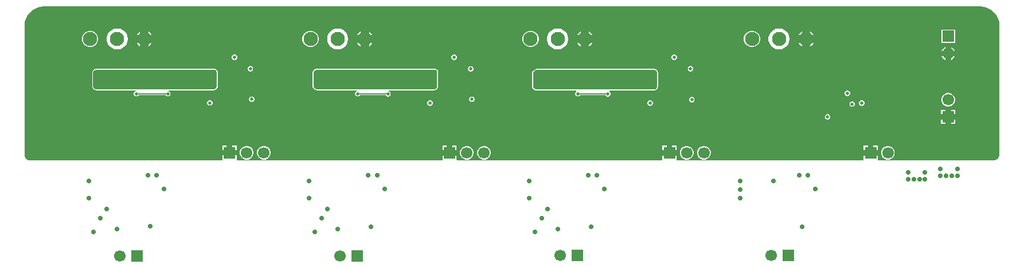
<source format=gbl>
G04*
G04 #@! TF.GenerationSoftware,Altium Limited,Altium Designer,22.6.1 (34)*
G04*
G04 Layer_Physical_Order=4*
G04 Layer_Color=16711680*
%FSLAX43Y43*%
%MOMM*%
G71*
G04*
G04 #@! TF.SameCoordinates,0FC3826A-A7BB-4A87-9495-0F633158E898*
G04*
G04*
G04 #@! TF.FilePolarity,Positive*
G04*
G01*
G75*
%ADD12C,0.150*%
%ADD58R,1.700X1.700*%
%ADD59C,1.700*%
%ADD60R,1.700X1.700*%
%ADD61C,2.100*%
%ADD62C,0.500*%
%ADD63C,0.700*%
%ADD64C,1.000*%
G36*
X69100Y20500D02*
X69100Y20500D01*
X69290Y20500D01*
X69667Y20451D01*
X70034Y20352D01*
X70385Y20207D01*
X70715Y20017D01*
X71016Y19786D01*
X71285Y19517D01*
X71516Y19215D01*
X71707Y18886D01*
X71852Y18535D01*
X71950Y18168D01*
X72000Y17791D01*
X72000Y17601D01*
X72000Y-1273D01*
X72000Y-1273D01*
X72000Y-1370D01*
X71962Y-1559D01*
X71888Y-1738D01*
X71781Y-1898D01*
X71645Y-2035D01*
X71484Y-2142D01*
X71306Y-2216D01*
X71116Y-2254D01*
X71020D01*
X54124Y-2254D01*
X54031Y-2127D01*
Y-1520D01*
X51931D01*
Y-2127D01*
X51931Y-2170D01*
X51839Y-2254D01*
X24408Y-2254D01*
X24316Y-2127D01*
Y-1520D01*
X22216D01*
Y-2127D01*
X22216Y-2170D01*
X22123Y-2254D01*
X-8073Y-2254D01*
X-8165Y-2127D01*
Y-1520D01*
X-10265D01*
Y-2127D01*
X-10265Y-2170D01*
X-10358Y-2254D01*
X-40580Y-2254D01*
X-40666Y-2127D01*
Y-1512D01*
X-42766D01*
Y-2127D01*
X-42766Y-2162D01*
X-42851Y-2254D01*
X-65000Y-2254D01*
X-71166Y-2254D01*
X-71248Y-2254D01*
X-71409Y-2222D01*
X-71561Y-2159D01*
X-71698Y-2067D01*
X-71814Y-1951D01*
X-71905Y-1815D01*
X-71968Y-1663D01*
X-72000Y-1502D01*
X-72000Y-1420D01*
Y17601D01*
X-72000Y17791D01*
X-71950Y18168D01*
X-71852Y18535D01*
X-71706Y18886D01*
X-71516Y19215D01*
X-71285Y19517D01*
X-71016Y19786D01*
X-70715Y20017D01*
X-70385Y20207D01*
X-70034Y20352D01*
X-69667Y20451D01*
X-69290Y20500D01*
X-69100Y20500D01*
X69100Y20500D01*
X69100Y20500D01*
D02*
G37*
%LPC*%
G36*
X44066Y16793D02*
Y16335D01*
X44523D01*
X44441Y16478D01*
X44208Y16710D01*
X44066Y16793D01*
D02*
G37*
G36*
X-53675Y16793D02*
Y16335D01*
X-53217D01*
X-53300Y16478D01*
X-53532Y16710D01*
X-53675Y16793D01*
D02*
G37*
G36*
X-21116Y16793D02*
Y16335D01*
X-20659D01*
X-20741Y16478D01*
X-20974Y16710D01*
X-21116Y16793D01*
D02*
G37*
G36*
X11375Y16793D02*
Y16335D01*
X11833D01*
X11750Y16478D01*
X11518Y16710D01*
X11375Y16793D01*
D02*
G37*
G36*
X10125Y16793D02*
X9983Y16710D01*
X9750Y16478D01*
X9668Y16335D01*
X10125D01*
Y16793D01*
D02*
G37*
G36*
X-22366Y16793D02*
X-22509Y16710D01*
X-22742Y16478D01*
X-22824Y16335D01*
X-22366D01*
Y16793D01*
D02*
G37*
G36*
X-54925Y16793D02*
X-55067Y16710D01*
X-55300Y16478D01*
X-55382Y16335D01*
X-54925D01*
Y16793D01*
D02*
G37*
G36*
X42816Y16793D02*
X42673Y16710D01*
X42440Y16478D01*
X42358Y16335D01*
X42816D01*
Y16793D01*
D02*
G37*
G36*
X65425Y17098D02*
X63425D01*
Y15098D01*
X65425D01*
Y17098D01*
D02*
G37*
G36*
X10125Y15085D02*
X9668D01*
X9750Y14943D01*
X9983Y14710D01*
X10125Y14628D01*
Y15085D01*
D02*
G37*
G36*
X-22366D02*
X-22824D01*
X-22742Y14943D01*
X-22509Y14710D01*
X-22366Y14628D01*
Y15085D01*
D02*
G37*
G36*
X44523D02*
X44066D01*
Y14628D01*
X44208Y14710D01*
X44441Y14943D01*
X44523Y15085D01*
D02*
G37*
G36*
X-53217D02*
X-53675D01*
Y14628D01*
X-53532Y14710D01*
X-53300Y14943D01*
X-53217Y15085D01*
D02*
G37*
G36*
X-54925D02*
X-55382D01*
X-55300Y14943D01*
X-55067Y14710D01*
X-54925Y14628D01*
Y15085D01*
D02*
G37*
G36*
X42816D02*
X42358D01*
X42440Y14943D01*
X42673Y14710D01*
X42816Y14628D01*
Y15085D01*
D02*
G37*
G36*
X-20659D02*
X-21116D01*
Y14628D01*
X-20974Y14710D01*
X-20741Y14943D01*
X-20659Y15085D01*
D02*
G37*
G36*
X11833D02*
X11375D01*
Y14628D01*
X11518Y14710D01*
X11750Y14943D01*
X11833Y15085D01*
D02*
G37*
G36*
X35599Y16910D02*
X35283D01*
X34977Y16828D01*
X34704Y16670D01*
X34480Y16447D01*
X34322Y16173D01*
X34241Y15868D01*
Y15552D01*
X34322Y15247D01*
X34480Y14973D01*
X34704Y14750D01*
X34977Y14592D01*
X35283Y14510D01*
X35599D01*
X35904Y14592D01*
X36177Y14750D01*
X36401Y14973D01*
X36559Y15247D01*
X36641Y15552D01*
Y15868D01*
X36559Y16173D01*
X36401Y16447D01*
X36177Y16670D01*
X35904Y16828D01*
X35599Y16910D01*
D02*
G37*
G36*
X2908D02*
X2592D01*
X2287Y16828D01*
X2013Y16670D01*
X1790Y16447D01*
X1632Y16173D01*
X1550Y15868D01*
Y15552D01*
X1632Y15247D01*
X1790Y14973D01*
X2013Y14750D01*
X2287Y14592D01*
X2592Y14510D01*
X2908D01*
X3213Y14592D01*
X3487Y14750D01*
X3710Y14973D01*
X3868Y15247D01*
X3950Y15552D01*
Y15868D01*
X3868Y16173D01*
X3710Y16447D01*
X3487Y16670D01*
X3213Y16828D01*
X2908Y16910D01*
D02*
G37*
G36*
X-29583D02*
X-29899D01*
X-30205Y16828D01*
X-30478Y16670D01*
X-30702Y16447D01*
X-30860Y16173D01*
X-30941Y15868D01*
Y15552D01*
X-30860Y15247D01*
X-30702Y14973D01*
X-30478Y14750D01*
X-30205Y14592D01*
X-29899Y14510D01*
X-29583D01*
X-29278Y14592D01*
X-29005Y14750D01*
X-28781Y14973D01*
X-28623Y15247D01*
X-28541Y15552D01*
Y15868D01*
X-28623Y16173D01*
X-28781Y16447D01*
X-29005Y16670D01*
X-29278Y16828D01*
X-29583Y16910D01*
D02*
G37*
G36*
X-62142D02*
X-62458D01*
X-62763Y16828D01*
X-63037Y16670D01*
X-63260Y16447D01*
X-63418Y16173D01*
X-63500Y15868D01*
Y15552D01*
X-63418Y15247D01*
X-63260Y14973D01*
X-63037Y14750D01*
X-62763Y14592D01*
X-62458Y14510D01*
X-62142D01*
X-61837Y14592D01*
X-61563Y14750D01*
X-61340Y14973D01*
X-61182Y15247D01*
X-61100Y15552D01*
Y15868D01*
X-61182Y16173D01*
X-61340Y16447D01*
X-61563Y16670D01*
X-61837Y16828D01*
X-62142Y16910D01*
D02*
G37*
G36*
X39593Y17260D02*
X39288D01*
X38988Y17201D01*
X38706Y17084D01*
X38453Y16914D01*
X38237Y16698D01*
X38067Y16444D01*
X37950Y16162D01*
X37891Y15863D01*
Y15557D01*
X37950Y15258D01*
X38067Y14976D01*
X38237Y14722D01*
X38453Y14506D01*
X38706Y14337D01*
X38988Y14220D01*
X39288Y14160D01*
X39593D01*
X39893Y14220D01*
X40175Y14337D01*
X40429Y14506D01*
X40645Y14722D01*
X40814Y14976D01*
X40931Y15258D01*
X40991Y15557D01*
Y15863D01*
X40931Y16162D01*
X40814Y16444D01*
X40645Y16698D01*
X40429Y16914D01*
X40175Y17084D01*
X39893Y17201D01*
X39593Y17260D01*
D02*
G37*
G36*
X6903D02*
X6597D01*
X6298Y17201D01*
X6016Y17084D01*
X5762Y16914D01*
X5546Y16698D01*
X5376Y16444D01*
X5260Y16162D01*
X5200Y15863D01*
Y15557D01*
X5260Y15258D01*
X5376Y14976D01*
X5546Y14722D01*
X5762Y14506D01*
X6016Y14337D01*
X6298Y14220D01*
X6597Y14160D01*
X6903D01*
X7202Y14220D01*
X7484Y14337D01*
X7738Y14506D01*
X7954Y14722D01*
X8124Y14976D01*
X8240Y15258D01*
X8300Y15557D01*
Y15863D01*
X8240Y16162D01*
X8124Y16444D01*
X7954Y16698D01*
X7738Y16914D01*
X7484Y17084D01*
X7202Y17201D01*
X6903Y17260D01*
D02*
G37*
G36*
X-25589D02*
X-25894D01*
X-26194Y17201D01*
X-26476Y17084D01*
X-26730Y16914D01*
X-26945Y16698D01*
X-27115Y16444D01*
X-27232Y16162D01*
X-27291Y15863D01*
Y15557D01*
X-27232Y15258D01*
X-27115Y14976D01*
X-26945Y14722D01*
X-26730Y14506D01*
X-26476Y14337D01*
X-26194Y14220D01*
X-25894Y14160D01*
X-25589D01*
X-25289Y14220D01*
X-25007Y14337D01*
X-24753Y14506D01*
X-24538Y14722D01*
X-24368Y14976D01*
X-24251Y15258D01*
X-24191Y15557D01*
Y15863D01*
X-24251Y16162D01*
X-24368Y16444D01*
X-24538Y16698D01*
X-24753Y16914D01*
X-25007Y17084D01*
X-25289Y17201D01*
X-25589Y17260D01*
D02*
G37*
G36*
X-58147D02*
X-58453D01*
X-58752Y17201D01*
X-59034Y17084D01*
X-59288Y16914D01*
X-59504Y16698D01*
X-59674Y16444D01*
X-59790Y16162D01*
X-59850Y15863D01*
Y15557D01*
X-59790Y15258D01*
X-59674Y14976D01*
X-59504Y14722D01*
X-59288Y14506D01*
X-59034Y14337D01*
X-58752Y14220D01*
X-58453Y14160D01*
X-58147D01*
X-57848Y14220D01*
X-57566Y14337D01*
X-57312Y14506D01*
X-57096Y14722D01*
X-56926Y14976D01*
X-56810Y15258D01*
X-56750Y15557D01*
Y15863D01*
X-56810Y16162D01*
X-56926Y16444D01*
X-57096Y16698D01*
X-57312Y16914D01*
X-57566Y17084D01*
X-57848Y17201D01*
X-58147Y17260D01*
D02*
G37*
G36*
X64825Y14538D02*
Y13958D01*
X65405D01*
X65404Y13963D01*
X65265Y14203D01*
X65070Y14398D01*
X64830Y14536D01*
X64825Y14538D01*
D02*
G37*
G36*
X64025Y14538D02*
X64020Y14536D01*
X63780Y14398D01*
X63585Y14203D01*
X63447Y13963D01*
X63445Y13958D01*
X64025D01*
Y14538D01*
D02*
G37*
G36*
X-40905Y13400D02*
X-41064D01*
X-41211Y13339D01*
X-41324Y13227D01*
X-41385Y13080D01*
Y12920D01*
X-41324Y12773D01*
X-41211Y12661D01*
X-41064Y12600D01*
X-40905D01*
X-40758Y12661D01*
X-40646Y12773D01*
X-40585Y12920D01*
Y13080D01*
X-40646Y13227D01*
X-40758Y13339D01*
X-40905Y13400D01*
D02*
G37*
G36*
X24032Y13392D02*
X23873D01*
X23726Y13331D01*
X23613Y13219D01*
X23552Y13072D01*
Y12913D01*
X23613Y12766D01*
X23726Y12653D01*
X23873Y12592D01*
X24032D01*
X24179Y12653D01*
X24291Y12766D01*
X24352Y12913D01*
Y13072D01*
X24291Y13219D01*
X24179Y13331D01*
X24032Y13392D01*
D02*
G37*
G36*
X-8449D02*
X-8609D01*
X-8756Y13331D01*
X-8868Y13219D01*
X-8929Y13072D01*
Y12913D01*
X-8868Y12766D01*
X-8756Y12653D01*
X-8609Y12592D01*
X-8449D01*
X-8302Y12653D01*
X-8190Y12766D01*
X-8129Y12913D01*
Y13072D01*
X-8190Y13219D01*
X-8302Y13331D01*
X-8449Y13392D01*
D02*
G37*
G36*
X64025Y13158D02*
X63445D01*
X63447Y13153D01*
X63585Y12913D01*
X63780Y12718D01*
X64020Y12579D01*
X64025Y12578D01*
Y13158D01*
D02*
G37*
G36*
X65405D02*
X64825D01*
Y12578D01*
X64830Y12579D01*
X65070Y12718D01*
X65265Y12913D01*
X65404Y13153D01*
X65405Y13158D01*
D02*
G37*
G36*
X-11412Y11331D02*
X-13378D01*
X-28745Y11331D01*
X-28851Y11331D01*
X-28881Y11319D01*
X-28913D01*
X-29109Y11238D01*
X-29132Y11215D01*
X-29162Y11202D01*
X-29312Y11052D01*
X-29325Y11022D01*
X-29347Y11000D01*
X-29429Y10803D01*
Y10771D01*
X-29441Y10741D01*
X-29441Y10635D01*
Y8690D01*
X-29429Y8660D01*
Y8628D01*
X-29352Y8442D01*
X-29329Y8419D01*
X-29317Y8390D01*
X-29175Y8248D01*
X-29145Y8235D01*
X-29122Y8212D01*
X-28936Y8135D01*
X-28904D01*
X-28874Y8123D01*
X-22901D01*
X-22876Y7996D01*
X-22995Y7947D01*
X-23108Y7834D01*
X-23169Y7687D01*
Y7528D01*
X-23108Y7381D01*
X-22995Y7268D01*
X-22848Y7207D01*
X-22689D01*
X-22542Y7268D01*
X-22433Y7378D01*
X-18662D01*
X-18660Y7373D01*
X-18547Y7260D01*
X-18400Y7199D01*
X-18241D01*
X-18094Y7260D01*
X-17982Y7373D01*
X-17921Y7520D01*
Y7679D01*
X-17982Y7826D01*
X-18094Y7938D01*
X-18241Y7999D01*
X-18234Y8123D01*
X-11412D01*
X-11382Y8135D01*
X-11350D01*
X-11182Y8205D01*
X-11159Y8228D01*
X-11129Y8240D01*
X-11001Y8369D01*
X-10988Y8398D01*
X-10966Y8421D01*
X-10896Y8589D01*
Y8621D01*
X-10884Y8651D01*
X-10884Y8742D01*
X-10884Y8742D01*
X-10884Y10803D01*
X-10884Y10876D01*
X-10896Y10905D01*
Y10938D01*
X-10952Y11072D01*
X-10975Y11095D01*
X-10987Y11125D01*
X-11090Y11228D01*
X-11120Y11240D01*
X-11143Y11263D01*
X-11234Y11301D01*
X-11254D01*
X-11272Y11312D01*
X-11387Y11329D01*
X-11400Y11326D01*
X-11412Y11331D01*
X-11412D01*
X-11412Y11331D01*
D02*
G37*
G36*
X-43981D02*
X-45947D01*
X-61314Y11331D01*
X-61420Y11331D01*
X-61450Y11319D01*
X-61482D01*
X-61678Y11238D01*
X-61701Y11215D01*
X-61731Y11202D01*
X-61881Y11052D01*
X-61894Y11022D01*
X-61916Y11000D01*
X-61998Y10803D01*
Y10771D01*
X-62010Y10741D01*
X-62010Y10635D01*
Y8690D01*
X-61998Y8660D01*
Y8628D01*
X-61921Y8442D01*
X-61898Y8419D01*
X-61886Y8390D01*
X-61744Y8248D01*
X-61714Y8235D01*
X-61691Y8212D01*
X-61505Y8135D01*
X-61473D01*
X-61443Y8123D01*
X-55576D01*
X-55550Y7996D01*
X-55670Y7947D01*
X-55782Y7834D01*
X-55843Y7687D01*
Y7528D01*
X-55782Y7381D01*
X-55670Y7268D01*
X-55523Y7207D01*
X-55364D01*
X-55217Y7268D01*
X-55107Y7378D01*
X-51157D01*
X-51048Y7268D01*
X-50901Y7207D01*
X-50741D01*
X-50594Y7268D01*
X-50482Y7381D01*
X-50421Y7528D01*
Y7687D01*
X-50482Y7834D01*
X-50594Y7947D01*
X-50714Y7996D01*
X-50689Y8123D01*
X-43981D01*
X-43951Y8135D01*
X-43919D01*
X-43751Y8205D01*
X-43728Y8228D01*
X-43698Y8240D01*
X-43570Y8369D01*
X-43557Y8398D01*
X-43535Y8421D01*
X-43465Y8589D01*
Y8621D01*
X-43453Y8651D01*
X-43453Y8742D01*
X-43453Y8742D01*
X-43453Y10803D01*
X-43453Y10876D01*
X-43465Y10905D01*
Y10938D01*
X-43521Y11072D01*
X-43544Y11095D01*
X-43556Y11125D01*
X-43659Y11228D01*
X-43689Y11240D01*
X-43712Y11263D01*
X-43803Y11301D01*
X-43823D01*
X-43841Y11312D01*
X-43956Y11329D01*
X-43969Y11326D01*
X-43981Y11331D01*
X-43981D01*
X-43981Y11331D01*
D02*
G37*
G36*
X21028Y11274D02*
X19063D01*
X3696Y11274D01*
X3589Y11274D01*
X3560Y11261D01*
X3527D01*
X3331Y11180D01*
X3308Y11157D01*
X3278Y11145D01*
X3128Y10994D01*
X3116Y10965D01*
X3093Y10942D01*
X3012Y10745D01*
Y10713D01*
X2999Y10683D01*
X2999Y10577D01*
Y8632D01*
X3012Y8602D01*
Y8570D01*
X3088Y8385D01*
X3111Y8362D01*
X3124Y8332D01*
X3266Y8190D01*
X3295Y8177D01*
X3318Y8155D01*
X3504Y8078D01*
X3536D01*
X3566Y8065D01*
X9451D01*
X9484Y7978D01*
X9488Y7938D01*
X9384Y7834D01*
X9323Y7687D01*
Y7528D01*
X9384Y7381D01*
X9496Y7268D01*
X9643Y7207D01*
X9802D01*
X9949Y7268D01*
X10059Y7378D01*
X13819D01*
X13821Y7373D01*
X13934Y7260D01*
X14081Y7199D01*
X14240D01*
X14387Y7260D01*
X14500Y7373D01*
X14560Y7520D01*
Y7679D01*
X14500Y7826D01*
X14387Y7938D01*
X14387Y7938D01*
X14412Y8065D01*
X21028D01*
X21058Y8078D01*
X21091D01*
X21258Y8147D01*
X21281Y8170D01*
X21311Y8182D01*
X21439Y8311D01*
X21452Y8341D01*
X21475Y8364D01*
X21544Y8531D01*
Y8564D01*
X21557Y8593D01*
X21557Y8684D01*
X21557Y8684D01*
X21557Y10745D01*
X21557Y10818D01*
X21544Y10848D01*
Y10880D01*
X21488Y11015D01*
X21466Y11037D01*
X21453Y11067D01*
X21350Y11170D01*
X21320Y11183D01*
X21298Y11205D01*
X21206Y11243D01*
X21186D01*
X21169Y11254D01*
X21053Y11272D01*
X21040Y11269D01*
X21028Y11274D01*
X21028D01*
X21028Y11274D01*
D02*
G37*
G36*
X26439Y11707D02*
X26280D01*
X26133Y11646D01*
X26021Y11533D01*
X25960Y11386D01*
Y11227D01*
X26021Y11080D01*
X26133Y10968D01*
X26280Y10907D01*
X26439D01*
X26586Y10968D01*
X26699Y11080D01*
X26760Y11227D01*
Y11386D01*
X26699Y11533D01*
X26586Y11646D01*
X26439Y11707D01*
D02*
G37*
G36*
X-38548Y11695D02*
X-38707D01*
X-38854Y11634D01*
X-38967Y11522D01*
X-39028Y11375D01*
Y11216D01*
X-38967Y11069D01*
X-38854Y10956D01*
X-38707Y10895D01*
X-38548D01*
X-38401Y10956D01*
X-38289Y11069D01*
X-38228Y11216D01*
Y11375D01*
X-38289Y11522D01*
X-38401Y11634D01*
X-38548Y11695D01*
D02*
G37*
G36*
X-6023Y11676D02*
X-6182D01*
X-6329Y11615D01*
X-6441Y11503D01*
X-6502Y11356D01*
Y11197D01*
X-6441Y11050D01*
X-6329Y10937D01*
X-6182Y10876D01*
X-6023D01*
X-5876Y10937D01*
X-5763Y11050D01*
X-5702Y11197D01*
Y11356D01*
X-5763Y11503D01*
X-5876Y11615D01*
X-6023Y11676D01*
D02*
G37*
G36*
X49598Y8055D02*
X49439D01*
X49292Y7994D01*
X49179Y7881D01*
X49118Y7734D01*
Y7575D01*
X49179Y7428D01*
X49292Y7315D01*
X49439Y7255D01*
X49598D01*
X49745Y7315D01*
X49857Y7428D01*
X49918Y7575D01*
Y7734D01*
X49857Y7881D01*
X49745Y7994D01*
X49598Y8055D01*
D02*
G37*
G36*
X-38344Y7190D02*
X-38503D01*
X-38650Y7129D01*
X-38763Y7017D01*
X-38824Y6870D01*
Y6711D01*
X-38763Y6564D01*
X-38650Y6451D01*
X-38503Y6390D01*
X-38344D01*
X-38197Y6451D01*
X-38085Y6564D01*
X-38024Y6711D01*
Y6870D01*
X-38085Y7017D01*
X-38197Y7129D01*
X-38344Y7190D01*
D02*
G37*
G36*
X-5844Y7182D02*
X-6003D01*
X-6150Y7121D01*
X-6263Y7009D01*
X-6323Y6861D01*
Y6702D01*
X-6263Y6555D01*
X-6150Y6443D01*
X-6003Y6382D01*
X-5844D01*
X-5697Y6443D01*
X-5584Y6555D01*
X-5523Y6702D01*
Y6861D01*
X-5584Y7009D01*
X-5697Y7121D01*
X-5844Y7182D01*
D02*
G37*
G36*
X26639Y7133D02*
X26480D01*
X26333Y7073D01*
X26220Y6960D01*
X26160Y6813D01*
Y6654D01*
X26220Y6507D01*
X26333Y6394D01*
X26480Y6333D01*
X26639D01*
X26786Y6394D01*
X26899Y6507D01*
X26959Y6654D01*
Y6813D01*
X26899Y6960D01*
X26786Y7073D01*
X26639Y7133D01*
D02*
G37*
G36*
X-44539Y6655D02*
X-44698D01*
X-44845Y6594D01*
X-44957Y6481D01*
X-45018Y6334D01*
Y6175D01*
X-44957Y6028D01*
X-44845Y5915D01*
X-44698Y5854D01*
X-44539D01*
X-44392Y5915D01*
X-44279Y6028D01*
X-44218Y6175D01*
Y6334D01*
X-44279Y6481D01*
X-44392Y6594D01*
X-44539Y6655D01*
D02*
G37*
G36*
X51730Y6641D02*
X51571D01*
X51424Y6580D01*
X51311Y6468D01*
X51250Y6321D01*
Y6162D01*
X51311Y6015D01*
X51424Y5902D01*
X51571Y5841D01*
X51730D01*
X51877Y5902D01*
X51989Y6015D01*
X52050Y6162D01*
Y6321D01*
X51989Y6468D01*
X51877Y6580D01*
X51730Y6641D01*
D02*
G37*
G36*
X20475Y6641D02*
X20315D01*
X20168Y6580D01*
X20056Y6467D01*
X19995Y6320D01*
Y6161D01*
X20056Y6014D01*
X20168Y5902D01*
X20315Y5841D01*
X20475D01*
X20622Y5902D01*
X20734Y6014D01*
X20795Y6161D01*
Y6320D01*
X20734Y6467D01*
X20622Y6580D01*
X20475Y6641D01*
D02*
G37*
G36*
X-12007D02*
X-12166D01*
X-12313Y6580D01*
X-12425Y6467D01*
X-12486Y6320D01*
Y6161D01*
X-12425Y6014D01*
X-12313Y5902D01*
X-12166Y5841D01*
X-12007D01*
X-11860Y5902D01*
X-11747Y6014D01*
X-11686Y6161D01*
Y6320D01*
X-11747Y6467D01*
X-11860Y6580D01*
X-12007Y6641D01*
D02*
G37*
G36*
X64557Y7732D02*
X64293D01*
X64039Y7663D01*
X63811Y7532D01*
X63625Y7346D01*
X63493Y7118D01*
X63425Y6863D01*
Y6600D01*
X63493Y6346D01*
X63625Y6118D01*
X63811Y5931D01*
X64039Y5800D01*
X64293Y5732D01*
X64557D01*
X64811Y5800D01*
X65039Y5931D01*
X65225Y6118D01*
X65357Y6346D01*
X65425Y6600D01*
Y6863D01*
X65357Y7118D01*
X65225Y7346D01*
X65039Y7532D01*
X64811Y7663D01*
X64557Y7732D01*
D02*
G37*
G36*
X50336Y6489D02*
X50177D01*
X50030Y6428D01*
X49917Y6315D01*
X49856Y6168D01*
Y6009D01*
X49917Y5862D01*
X50030Y5750D01*
X50177Y5689D01*
X50336D01*
X50483Y5750D01*
X50595Y5862D01*
X50656Y6009D01*
Y6168D01*
X50595Y6315D01*
X50483Y6428D01*
X50336Y6489D01*
D02*
G37*
G36*
X65475Y5242D02*
X64825D01*
Y4592D01*
X65475D01*
Y5242D01*
D02*
G37*
G36*
X64025D02*
X63375D01*
Y4592D01*
X64025D01*
Y5242D01*
D02*
G37*
G36*
X46691Y4579D02*
X46532D01*
X46385Y4518D01*
X46273Y4406D01*
X46212Y4259D01*
Y4100D01*
X46273Y3953D01*
X46385Y3840D01*
X46532Y3779D01*
X46691D01*
X46838Y3840D01*
X46951Y3953D01*
X47012Y4100D01*
Y4259D01*
X46951Y4406D01*
X46838Y4518D01*
X46691Y4579D01*
D02*
G37*
G36*
X65475Y3792D02*
X64825D01*
Y3142D01*
X65475D01*
Y3792D01*
D02*
G37*
G36*
X64025D02*
X63375D01*
Y3142D01*
X64025D01*
Y3792D01*
D02*
G37*
G36*
X-40666Y-62D02*
X-41316D01*
Y-712D01*
X-40666D01*
Y-62D01*
D02*
G37*
G36*
X-42116D02*
X-42766D01*
Y-712D01*
X-42116D01*
Y-62D01*
D02*
G37*
G36*
X54031Y-70D02*
X53381D01*
Y-720D01*
X54031D01*
Y-70D01*
D02*
G37*
G36*
X52581D02*
X51931D01*
Y-720D01*
X52581D01*
Y-70D01*
D02*
G37*
G36*
X24316D02*
X23666D01*
Y-720D01*
X24316D01*
Y-70D01*
D02*
G37*
G36*
X22866D02*
X22216D01*
Y-720D01*
X22866D01*
Y-70D01*
D02*
G37*
G36*
X-8165D02*
X-8815D01*
Y-720D01*
X-8165D01*
Y-70D01*
D02*
G37*
G36*
X-9615D02*
X-10265D01*
Y-720D01*
X-9615D01*
Y-70D01*
D02*
G37*
G36*
X-36504Y-112D02*
X-36767D01*
X-37022Y-180D01*
X-37250Y-312D01*
X-37436Y-498D01*
X-37568Y-726D01*
X-37636Y-980D01*
Y-1244D01*
X-37568Y-1498D01*
X-37436Y-1726D01*
X-37250Y-1912D01*
X-37022Y-2044D01*
X-36767Y-2112D01*
X-36504D01*
X-36250Y-2044D01*
X-36022Y-1912D01*
X-35835Y-1726D01*
X-35704Y-1498D01*
X-35636Y-1244D01*
Y-980D01*
X-35704Y-726D01*
X-35835Y-498D01*
X-36022Y-312D01*
X-36250Y-180D01*
X-36504Y-112D01*
D02*
G37*
G36*
X-39044D02*
X-39307D01*
X-39562Y-180D01*
X-39790Y-312D01*
X-39976Y-498D01*
X-40108Y-726D01*
X-40176Y-980D01*
Y-1244D01*
X-40108Y-1498D01*
X-39976Y-1726D01*
X-39790Y-1912D01*
X-39562Y-2044D01*
X-39307Y-2112D01*
X-39044D01*
X-38790Y-2044D01*
X-38562Y-1912D01*
X-38375Y-1726D01*
X-38244Y-1498D01*
X-38176Y-1244D01*
Y-980D01*
X-38244Y-726D01*
X-38375Y-498D01*
X-38562Y-312D01*
X-38790Y-180D01*
X-39044Y-112D01*
D02*
G37*
G36*
X55653Y-120D02*
X55390D01*
X55135Y-188D01*
X54907Y-320D01*
X54721Y-506D01*
X54589Y-734D01*
X54521Y-989D01*
Y-1252D01*
X54589Y-1506D01*
X54721Y-1734D01*
X54907Y-1920D01*
X55135Y-2052D01*
X55390Y-2120D01*
X55653D01*
X55907Y-2052D01*
X56135Y-1920D01*
X56321Y-1734D01*
X56453Y-1506D01*
X56521Y-1252D01*
Y-989D01*
X56453Y-734D01*
X56321Y-506D01*
X56135Y-320D01*
X55907Y-188D01*
X55653Y-120D01*
D02*
G37*
G36*
X28477D02*
X28214D01*
X27960Y-188D01*
X27732Y-320D01*
X27546Y-506D01*
X27414Y-734D01*
X27346Y-989D01*
Y-1252D01*
X27414Y-1506D01*
X27546Y-1734D01*
X27732Y-1920D01*
X27960Y-2052D01*
X28214Y-2120D01*
X28477D01*
X28732Y-2052D01*
X28960Y-1920D01*
X29146Y-1734D01*
X29278Y-1506D01*
X29346Y-1252D01*
Y-989D01*
X29278Y-734D01*
X29146Y-506D01*
X28960Y-320D01*
X28732Y-188D01*
X28477Y-120D01*
D02*
G37*
G36*
X25937D02*
X25674D01*
X25420Y-188D01*
X25192Y-320D01*
X25006Y-506D01*
X24874Y-734D01*
X24806Y-989D01*
Y-1252D01*
X24874Y-1506D01*
X25006Y-1734D01*
X25192Y-1920D01*
X25420Y-2052D01*
X25674Y-2120D01*
X25937D01*
X26192Y-2052D01*
X26420Y-1920D01*
X26606Y-1734D01*
X26738Y-1506D01*
X26806Y-1252D01*
Y-989D01*
X26738Y-734D01*
X26606Y-506D01*
X26420Y-320D01*
X26192Y-188D01*
X25937Y-120D01*
D02*
G37*
G36*
X-4004D02*
X-4267D01*
X-4521Y-188D01*
X-4749Y-320D01*
X-4936Y-506D01*
X-5067Y-734D01*
X-5135Y-989D01*
Y-1252D01*
X-5067Y-1506D01*
X-4936Y-1734D01*
X-4749Y-1920D01*
X-4521Y-2052D01*
X-4267Y-2120D01*
X-4004D01*
X-3749Y-2052D01*
X-3521Y-1920D01*
X-3335Y-1734D01*
X-3204Y-1506D01*
X-3135Y-1252D01*
Y-989D01*
X-3204Y-734D01*
X-3335Y-506D01*
X-3521Y-320D01*
X-3749Y-188D01*
X-4004Y-120D01*
D02*
G37*
G36*
X-6544D02*
X-6807D01*
X-7061Y-188D01*
X-7289Y-320D01*
X-7476Y-506D01*
X-7607Y-734D01*
X-7675Y-989D01*
Y-1252D01*
X-7607Y-1506D01*
X-7476Y-1734D01*
X-7289Y-1920D01*
X-7061Y-2052D01*
X-6807Y-2120D01*
X-6544D01*
X-6289Y-2052D01*
X-6061Y-1920D01*
X-5875Y-1734D01*
X-5744Y-1506D01*
X-5675Y-1252D01*
Y-989D01*
X-5744Y-734D01*
X-5875Y-506D01*
X-6061Y-320D01*
X-6289Y-188D01*
X-6544Y-120D01*
D02*
G37*
%LPD*%
G36*
X-11412Y11169D02*
X-11412Y11169D01*
X-11412D01*
X-11296Y11151D01*
X-11205Y11113D01*
X-11102Y11010D01*
X-11046Y10876D01*
X-11046Y10803D01*
X-11046Y8742D01*
X-11046D01*
X-11046Y8651D01*
X-11116Y8483D01*
X-11244Y8355D01*
X-11412Y8285D01*
X-28874D01*
X-29060Y8362D01*
X-29202Y8504D01*
X-29279Y8690D01*
Y10635D01*
X-29279Y10741D01*
X-29197Y10937D01*
X-29047Y11088D01*
X-28851Y11169D01*
X-28745Y11169D01*
X-13378Y11169D01*
X-11412D01*
X-11412Y11169D01*
D02*
G37*
G36*
X-43981D02*
X-43981Y11169D01*
X-43981D01*
X-43865Y11151D01*
X-43774Y11113D01*
X-43671Y11010D01*
X-43615Y10876D01*
X-43615Y10803D01*
X-43615Y8742D01*
X-43615D01*
X-43615Y8651D01*
X-43685Y8483D01*
X-43813Y8355D01*
X-43981Y8285D01*
X-61443D01*
X-61629Y8362D01*
X-61771Y8504D01*
X-61848Y8690D01*
Y10635D01*
X-61848Y10741D01*
X-61766Y10937D01*
X-61616Y11088D01*
X-61420Y11169D01*
X-61314Y11169D01*
X-45947Y11169D01*
X-43981D01*
X-43981Y11169D01*
D02*
G37*
G36*
X21028Y11111D02*
X21028Y11111D01*
X21028D01*
X21144Y11093D01*
X21235Y11055D01*
X21338Y10952D01*
X21394Y10818D01*
X21394Y10745D01*
X21394Y8684D01*
X21394D01*
X21394Y8593D01*
X21325Y8426D01*
X21196Y8297D01*
X21028Y8228D01*
X3566D01*
X3380Y8305D01*
X3238Y8447D01*
X3162Y8632D01*
Y10577D01*
X3162Y10683D01*
X3243Y10880D01*
X3393Y11030D01*
X3589Y11111D01*
X3696Y11111D01*
X19063Y11111D01*
X21028D01*
X21028Y11111D01*
D02*
G37*
D12*
X14152Y7608D02*
X14160Y7599D01*
X9723Y7608D02*
X14152D01*
X-18329D02*
X-18321Y7599D01*
X-22769Y7608D02*
X-18329D01*
X-55443Y7608D02*
X-50821D01*
D58*
X64425Y4192D02*
D03*
X64425Y16098D02*
D03*
D59*
X64425Y6732D02*
D03*
X64425Y13558D02*
D03*
X38293Y-16312D02*
D03*
X55521Y-1120D02*
D03*
X28346D02*
D03*
X25806D02*
D03*
X-4135D02*
D03*
X-6675D02*
D03*
X-25400Y-16355D02*
D03*
X-39176Y-1112D02*
D03*
X-36636D02*
D03*
X-57937Y-16362D02*
D03*
X7136Y-16322D02*
D03*
D60*
X40833Y-16312D02*
D03*
X52981Y-1120D02*
D03*
X23266D02*
D03*
X-9215D02*
D03*
X-22860Y-16355D02*
D03*
X-41716Y-1112D02*
D03*
X-55397Y-16362D02*
D03*
X9676Y-16322D02*
D03*
D61*
X-54300Y15710D02*
D03*
X-62300D02*
D03*
X-58300D02*
D03*
X-25741D02*
D03*
X-29741D02*
D03*
X-21741D02*
D03*
X10750D02*
D03*
X2750D02*
D03*
X6750D02*
D03*
X39441D02*
D03*
X35441D02*
D03*
X43441D02*
D03*
D62*
X20172Y10717D02*
D03*
X14160Y7599D02*
D03*
X9723Y7608D02*
D03*
X-12309Y10717D02*
D03*
X-18321Y7599D02*
D03*
X-22769Y7608D02*
D03*
X-44810Y10725D02*
D03*
X-50821Y7608D02*
D03*
X-55443D02*
D03*
X46612Y4179D02*
D03*
X23062Y6205D02*
D03*
X50256Y6089D02*
D03*
X48510Y6047D02*
D03*
X49518Y7655D02*
D03*
X51650Y6241D02*
D03*
X54783Y7001D02*
D03*
X23952Y12992D02*
D03*
X-6102Y11276D02*
D03*
X-8529Y12992D02*
D03*
X-40985Y13000D02*
D03*
X20708Y8905D02*
D03*
X25431Y9466D02*
D03*
X24119Y9436D02*
D03*
X26360Y11307D02*
D03*
X-7049Y9451D02*
D03*
X-11773Y8905D02*
D03*
X-8361Y9421D02*
D03*
X26559Y6733D02*
D03*
X27314Y3595D02*
D03*
X29252Y6205D02*
D03*
X20395Y6241D02*
D03*
X21123Y3595D02*
D03*
X-5923Y6782D02*
D03*
X-5167Y3595D02*
D03*
X-3229Y6205D02*
D03*
X-9419D02*
D03*
X-12086Y6241D02*
D03*
X-11358Y3595D02*
D03*
X-44618Y6254D02*
D03*
X-44273Y8913D02*
D03*
X-39550Y9429D02*
D03*
X-40861D02*
D03*
X-37668Y3604D02*
D03*
X-43896D02*
D03*
X-38628Y11295D02*
D03*
X-35727Y6212D02*
D03*
X-38424Y6790D02*
D03*
X-41957Y6214D02*
D03*
D63*
X58502Y-4002D02*
D03*
X60996D02*
D03*
X60996Y-5014D02*
D03*
X58502Y-4999D02*
D03*
X60165D02*
D03*
X59334D02*
D03*
X63178Y2301D02*
D03*
X64010Y2286D02*
D03*
X64841D02*
D03*
X65672D02*
D03*
X63178Y1503D02*
D03*
X64010Y1489D02*
D03*
X64841D02*
D03*
X65672D02*
D03*
X63178Y706D02*
D03*
X64010Y691D02*
D03*
X64841D02*
D03*
X65672D02*
D03*
X63178Y-92D02*
D03*
X64010Y-107D02*
D03*
X64841D02*
D03*
X65672D02*
D03*
X42855Y-12019D02*
D03*
X42420Y-4414D02*
D03*
X43722D02*
D03*
X65672Y-1703D02*
D03*
Y-905D02*
D03*
X64841D02*
D03*
X64010D02*
D03*
X63178Y-890D02*
D03*
X63178Y-1703D02*
D03*
X65752Y-3501D02*
D03*
X65752Y-4514D02*
D03*
X64921Y-4499D02*
D03*
X64090D02*
D03*
X63259D02*
D03*
Y-3501D02*
D03*
X62176Y13537D02*
D03*
X38573Y-5279D02*
D03*
X33713D02*
D03*
Y-6549D02*
D03*
Y-7819D02*
D03*
X44813Y-6441D02*
D03*
X3806Y8913D02*
D03*
X3817Y9757D02*
D03*
X3829Y10601D02*
D03*
X-28658D02*
D03*
X-28669Y9757D02*
D03*
X-28681Y8913D02*
D03*
X-61250D02*
D03*
X-61238Y9757D02*
D03*
X-61227Y10601D02*
D03*
X-53386Y-12012D02*
D03*
X4374Y-10773D02*
D03*
X3362Y-12810D02*
D03*
X6744Y-12382D02*
D03*
X5244Y-9440D02*
D03*
X11698Y-12029D02*
D03*
X11263Y-4414D02*
D03*
X12565D02*
D03*
X13656Y-6451D02*
D03*
X2556Y-7819D02*
D03*
Y-5279D02*
D03*
X-29125Y-12794D02*
D03*
X-28113Y-10757D02*
D03*
X-25743Y-12367D02*
D03*
X-27243Y-9423D02*
D03*
X-19922Y-4399D02*
D03*
X-21223D02*
D03*
X-18831Y-6436D02*
D03*
X-20816Y-12029D02*
D03*
X-29931Y-5264D02*
D03*
Y-7804D02*
D03*
X-58312Y-12405D02*
D03*
X-60754Y-10795D02*
D03*
X-61766Y-12832D02*
D03*
X-59812Y-9461D02*
D03*
X-62500Y-7842D02*
D03*
Y-5302D02*
D03*
X-53792Y-4437D02*
D03*
X-52491D02*
D03*
X-51400Y-6474D02*
D03*
D64*
X53985Y13431D02*
D03*
X52872D02*
D03*
X55099D02*
D03*
X56212D02*
D03*
X57325D02*
D03*
X58439D02*
D03*
Y14544D02*
D03*
Y15657D02*
D03*
Y16771D02*
D03*
X57325Y14544D02*
D03*
Y15657D02*
D03*
Y16771D02*
D03*
X56212Y14544D02*
D03*
Y15657D02*
D03*
Y16771D02*
D03*
X55099Y14544D02*
D03*
Y15657D02*
D03*
Y16771D02*
D03*
X71109Y17343D02*
D03*
Y18457D02*
D03*
Y16230D02*
D03*
Y8437D02*
D03*
Y10663D02*
D03*
Y9550D02*
D03*
Y12890D02*
D03*
Y11777D02*
D03*
Y15117D02*
D03*
Y14003D02*
D03*
Y6210D02*
D03*
Y7323D02*
D03*
Y3983D02*
D03*
Y5097D02*
D03*
Y1757D02*
D03*
Y2870D02*
D03*
Y643D02*
D03*
Y-1583D02*
D03*
Y-470D02*
D03*
X67769D02*
D03*
Y-1583D02*
D03*
Y643D02*
D03*
X68883Y-470D02*
D03*
Y-1583D02*
D03*
Y643D02*
D03*
X69996Y-470D02*
D03*
Y-1583D02*
D03*
Y643D02*
D03*
Y2870D02*
D03*
Y1757D02*
D03*
X68883Y2870D02*
D03*
Y1757D02*
D03*
X67769Y2870D02*
D03*
Y1757D02*
D03*
X69996Y5097D02*
D03*
Y3983D02*
D03*
X68883Y5097D02*
D03*
Y3983D02*
D03*
X67769D02*
D03*
X69996Y7323D02*
D03*
Y6210D02*
D03*
X68883Y7323D02*
D03*
Y6210D02*
D03*
X67769Y14003D02*
D03*
Y15117D02*
D03*
X68883Y14003D02*
D03*
Y15117D02*
D03*
X69996Y14003D02*
D03*
Y15117D02*
D03*
X67769Y12890D02*
D03*
X68883Y11777D02*
D03*
Y12890D02*
D03*
X69996Y11777D02*
D03*
Y12890D02*
D03*
X68883Y9550D02*
D03*
Y10663D02*
D03*
X69996Y9550D02*
D03*
Y10663D02*
D03*
Y8437D02*
D03*
X68883D02*
D03*
X69996Y16230D02*
D03*
X68883D02*
D03*
X67769D02*
D03*
Y18457D02*
D03*
X68883D02*
D03*
X69996D02*
D03*
Y17343D02*
D03*
X68883D02*
D03*
X67769D02*
D03*
X69996Y19570D02*
D03*
X68883D02*
D03*
X67769D02*
D03*
X42852Y13431D02*
D03*
X43965D02*
D03*
X51759D02*
D03*
X50645D02*
D03*
X49532D02*
D03*
X48419D02*
D03*
X47305D02*
D03*
X45079D02*
D03*
X46192D02*
D03*
Y14544D02*
D03*
Y15657D02*
D03*
X45079D02*
D03*
Y14544D02*
D03*
Y16771D02*
D03*
X46192D02*
D03*
X47305D02*
D03*
Y15657D02*
D03*
Y14544D02*
D03*
X48419D02*
D03*
Y15657D02*
D03*
Y16771D02*
D03*
X49532Y14544D02*
D03*
Y15657D02*
D03*
Y16771D02*
D03*
X50645Y14544D02*
D03*
Y15657D02*
D03*
Y16771D02*
D03*
X51759D02*
D03*
Y15657D02*
D03*
Y14544D02*
D03*
X52872Y16771D02*
D03*
Y15657D02*
D03*
Y14544D02*
D03*
X53985Y16771D02*
D03*
Y15657D02*
D03*
Y14544D02*
D03*
X-70113Y19754D02*
D03*
X-69000D02*
D03*
X-67887D02*
D03*
X-66773D02*
D03*
X-65660D02*
D03*
X-69000Y17527D02*
D03*
X-70113D02*
D03*
X-71227D02*
D03*
X-67887D02*
D03*
X-66773D02*
D03*
X-65660D02*
D03*
Y18641D02*
D03*
X-66773D02*
D03*
X-67887D02*
D03*
X-69000D02*
D03*
X-70113D02*
D03*
X-71227D02*
D03*
X52294Y561D02*
D03*
Y1674D02*
D03*
X51181Y2788D02*
D03*
Y1674D02*
D03*
Y-1666D02*
D03*
Y-552D02*
D03*
Y561D02*
D03*
X50068Y2788D02*
D03*
Y1674D02*
D03*
Y-1666D02*
D03*
Y-552D02*
D03*
Y561D02*
D03*
X48954Y2788D02*
D03*
Y1674D02*
D03*
Y-1666D02*
D03*
Y-552D02*
D03*
Y561D02*
D03*
X20135Y1932D02*
D03*
Y-1408D02*
D03*
Y-294D02*
D03*
X19022Y819D02*
D03*
Y1932D02*
D03*
X47841Y561D02*
D03*
Y-552D02*
D03*
Y-1666D02*
D03*
Y1674D02*
D03*
Y2788D02*
D03*
X16795Y819D02*
D03*
Y-1408D02*
D03*
Y4159D02*
D03*
X46728Y561D02*
D03*
Y-552D02*
D03*
Y-1666D02*
D03*
Y1674D02*
D03*
Y2788D02*
D03*
X17908Y-1408D02*
D03*
Y819D02*
D03*
X15682D02*
D03*
Y-1408D02*
D03*
Y-294D02*
D03*
X16795Y1932D02*
D03*
X45614Y561D02*
D03*
Y-552D02*
D03*
Y-1666D02*
D03*
Y1674D02*
D03*
Y2788D02*
D03*
X44501D02*
D03*
Y1674D02*
D03*
Y-1666D02*
D03*
Y-552D02*
D03*
Y561D02*
D03*
X43388D02*
D03*
X42274D02*
D03*
Y-1666D02*
D03*
Y-552D02*
D03*
X43388D02*
D03*
Y-1666D02*
D03*
Y1674D02*
D03*
X42274D02*
D03*
Y2788D02*
D03*
X43388D02*
D03*
Y3901D02*
D03*
X42274D02*
D03*
X26683Y15323D02*
D03*
X28910Y13096D02*
D03*
X30023D02*
D03*
X32250D02*
D03*
X31137D02*
D03*
X25570Y15323D02*
D03*
X26683Y16436D02*
D03*
X25570D02*
D03*
X24061D02*
D03*
X22948D02*
D03*
X21835D02*
D03*
X27797D02*
D03*
Y15323D02*
D03*
Y14210D02*
D03*
X28910Y16436D02*
D03*
Y15323D02*
D03*
Y14210D02*
D03*
X30023Y16436D02*
D03*
Y15323D02*
D03*
Y14210D02*
D03*
X31137D02*
D03*
Y15323D02*
D03*
X32250Y14210D02*
D03*
Y15323D02*
D03*
Y16436D02*
D03*
X31137D02*
D03*
X-18450Y13096D02*
D03*
X-19563D02*
D03*
X-17337D02*
D03*
X-16223D02*
D03*
X-1355Y16436D02*
D03*
X-241D02*
D03*
Y15323D02*
D03*
Y14210D02*
D03*
X-1355Y15323D02*
D03*
Y14210D02*
D03*
X-2468D02*
D03*
Y15323D02*
D03*
Y16436D02*
D03*
X-3581Y14210D02*
D03*
Y15323D02*
D03*
Y16436D02*
D03*
X-4695Y14210D02*
D03*
Y15323D02*
D03*
Y16436D02*
D03*
X-10657D02*
D03*
X-9543D02*
D03*
X-8430D02*
D03*
X-6922D02*
D03*
X-5808D02*
D03*
X-6922Y15323D02*
D03*
X-1355Y13096D02*
D03*
X-241D02*
D03*
X-2468D02*
D03*
X-3581D02*
D03*
X-5808Y15323D02*
D03*
X-38367D02*
D03*
X12928Y13096D02*
D03*
X14041D02*
D03*
X-36140D02*
D03*
X-35027D02*
D03*
X-32800D02*
D03*
X-33913D02*
D03*
X-39480Y15323D02*
D03*
X-38367Y16436D02*
D03*
X-39480D02*
D03*
X-40989D02*
D03*
X-42102D02*
D03*
X-43215D02*
D03*
X14568Y4159D02*
D03*
X15682D02*
D03*
Y3046D02*
D03*
X14568D02*
D03*
Y1932D02*
D03*
X15682D02*
D03*
X14568Y-294D02*
D03*
Y-1408D02*
D03*
Y819D02*
D03*
X16795Y-294D02*
D03*
Y3046D02*
D03*
X17908Y1932D02*
D03*
Y-294D02*
D03*
X19022Y-1408D02*
D03*
Y-294D02*
D03*
X20135Y819D02*
D03*
X21248Y-1408D02*
D03*
Y-294D02*
D03*
Y819D02*
D03*
X-17913Y4159D02*
D03*
X-16800D02*
D03*
Y3046D02*
D03*
X-17913D02*
D03*
Y1932D02*
D03*
X-16800D02*
D03*
Y-1408D02*
D03*
Y-294D02*
D03*
X-17913D02*
D03*
Y-1408D02*
D03*
Y819D02*
D03*
X-16800D02*
D03*
X-15686D02*
D03*
Y-294D02*
D03*
Y-1408D02*
D03*
Y1932D02*
D03*
Y3046D02*
D03*
Y4159D02*
D03*
X-14573Y1932D02*
D03*
Y-1408D02*
D03*
Y-294D02*
D03*
Y819D02*
D03*
X-13460Y1932D02*
D03*
Y-1408D02*
D03*
Y-294D02*
D03*
Y819D02*
D03*
X-12346Y1932D02*
D03*
Y-1408D02*
D03*
Y-294D02*
D03*
Y819D02*
D03*
X-11233Y-1408D02*
D03*
Y-294D02*
D03*
Y819D02*
D03*
X-43733Y827D02*
D03*
Y-286D02*
D03*
Y-1399D02*
D03*
X-44847Y827D02*
D03*
Y-286D02*
D03*
Y-1399D02*
D03*
Y1941D02*
D03*
X-45960Y827D02*
D03*
Y-286D02*
D03*
Y-1399D02*
D03*
Y1941D02*
D03*
X-47073Y827D02*
D03*
Y-286D02*
D03*
Y-1399D02*
D03*
Y1941D02*
D03*
X15155Y14210D02*
D03*
Y15323D02*
D03*
Y16436D02*
D03*
X16268Y14210D02*
D03*
Y15323D02*
D03*
Y16436D02*
D03*
X17381Y14210D02*
D03*
Y15323D02*
D03*
Y16436D02*
D03*
X18495Y14210D02*
D03*
Y15323D02*
D03*
Y16436D02*
D03*
X19608Y14210D02*
D03*
Y15323D02*
D03*
Y16436D02*
D03*
X20721D02*
D03*
Y15323D02*
D03*
Y14210D02*
D03*
X-17337D02*
D03*
Y15323D02*
D03*
Y16436D02*
D03*
X-16223Y14210D02*
D03*
Y15323D02*
D03*
Y16436D02*
D03*
X-15110Y14210D02*
D03*
Y15323D02*
D03*
Y16436D02*
D03*
X-13997Y14210D02*
D03*
Y15323D02*
D03*
Y16436D02*
D03*
X-12883Y14210D02*
D03*
Y15323D02*
D03*
Y16436D02*
D03*
X-11770D02*
D03*
Y15323D02*
D03*
Y14210D02*
D03*
X-44329D02*
D03*
Y15323D02*
D03*
Y16436D02*
D03*
X-48782Y13096D02*
D03*
X-49895D02*
D03*
Y12016D02*
D03*
X-45442Y16436D02*
D03*
Y15323D02*
D03*
Y14210D02*
D03*
X-46555Y16436D02*
D03*
Y15323D02*
D03*
Y14210D02*
D03*
X-47669Y16436D02*
D03*
Y15323D02*
D03*
Y14210D02*
D03*
X-48782Y16436D02*
D03*
Y15323D02*
D03*
Y14210D02*
D03*
X-49895Y16436D02*
D03*
Y15323D02*
D03*
Y14210D02*
D03*
X-37253Y16436D02*
D03*
Y15323D02*
D03*
Y14210D02*
D03*
X-36140Y16436D02*
D03*
Y15323D02*
D03*
Y14210D02*
D03*
X-35027Y16436D02*
D03*
Y15323D02*
D03*
Y14210D02*
D03*
X-51009Y12016D02*
D03*
X-52122D02*
D03*
X-53235D02*
D03*
X32250Y-1377D02*
D03*
Y-264D02*
D03*
X31137Y-1377D02*
D03*
Y-264D02*
D03*
X32250Y850D02*
D03*
X31137D02*
D03*
Y3076D02*
D03*
X32250D02*
D03*
X31137Y1963D02*
D03*
X32250D02*
D03*
X31137Y4190D02*
D03*
X32250D02*
D03*
X-241Y-1377D02*
D03*
Y-264D02*
D03*
X-1355Y-1377D02*
D03*
Y-264D02*
D03*
X-241Y850D02*
D03*
X-1355D02*
D03*
Y3076D02*
D03*
X-241D02*
D03*
X-1355Y1963D02*
D03*
X-241D02*
D03*
X-1355Y4190D02*
D03*
X-241D02*
D03*
X-32800D02*
D03*
X-33913D02*
D03*
X-32800Y1963D02*
D03*
X-33913D02*
D03*
X-32800Y3076D02*
D03*
X-33913D02*
D03*
Y850D02*
D03*
X-32800D02*
D03*
X-48187Y4167D02*
D03*
Y3054D02*
D03*
Y1941D02*
D03*
Y-1399D02*
D03*
Y-286D02*
D03*
Y827D02*
D03*
X-49300D02*
D03*
X-50413D02*
D03*
Y-1399D02*
D03*
Y-286D02*
D03*
X-49300D02*
D03*
Y-1399D02*
D03*
Y1941D02*
D03*
X-50413D02*
D03*
Y3054D02*
D03*
X-49300D02*
D03*
Y4167D02*
D03*
X-50413D02*
D03*
X-33913Y-264D02*
D03*
Y-1377D02*
D03*
X-32800Y-264D02*
D03*
Y-1377D02*
D03*
X-33913Y14210D02*
D03*
Y15323D02*
D03*
X-32800Y14210D02*
D03*
Y15323D02*
D03*
Y16436D02*
D03*
X-33913D02*
D03*
X-71227Y16414D02*
D03*
X-70113D02*
D03*
X-69000D02*
D03*
X-67887D02*
D03*
X-66773D02*
D03*
X-65660D02*
D03*
X-69000Y8621D02*
D03*
X-70113D02*
D03*
X-71227D02*
D03*
X-67887D02*
D03*
X-66773D02*
D03*
X-65660D02*
D03*
Y10847D02*
D03*
Y9734D02*
D03*
X-66773Y10847D02*
D03*
Y9734D02*
D03*
X-67887Y10847D02*
D03*
Y9734D02*
D03*
X-69000D02*
D03*
X-70113D02*
D03*
X-71227D02*
D03*
Y10847D02*
D03*
X-70113D02*
D03*
X-69000D02*
D03*
X-65660Y13074D02*
D03*
Y11961D02*
D03*
X-66773Y13074D02*
D03*
Y11961D02*
D03*
X-67887Y13074D02*
D03*
Y11961D02*
D03*
X-69000D02*
D03*
X-70113D02*
D03*
X-71227D02*
D03*
Y13074D02*
D03*
X-70113D02*
D03*
X-69000D02*
D03*
X-65660Y15301D02*
D03*
Y14187D02*
D03*
X-66773Y15301D02*
D03*
Y14187D02*
D03*
X-67887Y15301D02*
D03*
Y14187D02*
D03*
X-69000D02*
D03*
X-70113D02*
D03*
X-71227D02*
D03*
Y15301D02*
D03*
X-70113D02*
D03*
X-69000D02*
D03*
Y7507D02*
D03*
X-70113D02*
D03*
X-71227D02*
D03*
Y6394D02*
D03*
X-70113D02*
D03*
X-69000D02*
D03*
X-67887D02*
D03*
Y7507D02*
D03*
X-66773Y6394D02*
D03*
Y7507D02*
D03*
X-65660Y6394D02*
D03*
Y7507D02*
D03*
X-69000Y5281D02*
D03*
X-70113D02*
D03*
X-71227D02*
D03*
Y4167D02*
D03*
X-70113D02*
D03*
X-69000D02*
D03*
X-67887D02*
D03*
Y5281D02*
D03*
X-66773Y4167D02*
D03*
Y5281D02*
D03*
X-65660Y4167D02*
D03*
Y5281D02*
D03*
X-69000Y3054D02*
D03*
X-70113D02*
D03*
X-71227D02*
D03*
Y1941D02*
D03*
X-70113D02*
D03*
X-69000D02*
D03*
X-67887D02*
D03*
Y3054D02*
D03*
X-66773Y1941D02*
D03*
Y3054D02*
D03*
X-65660Y1941D02*
D03*
Y3054D02*
D03*
Y827D02*
D03*
Y-1399D02*
D03*
Y-286D02*
D03*
X-66773Y827D02*
D03*
Y-1399D02*
D03*
Y-286D02*
D03*
X-67887Y827D02*
D03*
Y-1399D02*
D03*
Y-286D02*
D03*
X-69000D02*
D03*
Y-1399D02*
D03*
X-70113D02*
D03*
Y-286D02*
D03*
X-71227D02*
D03*
Y-1399D02*
D03*
Y827D02*
D03*
X-70113D02*
D03*
X-69000D02*
D03*
X14041Y14210D02*
D03*
X12928D02*
D03*
Y15323D02*
D03*
X14041D02*
D03*
Y16436D02*
D03*
X12928D02*
D03*
X-19563D02*
D03*
X-18450D02*
D03*
Y15323D02*
D03*
X-19563D02*
D03*
Y14210D02*
D03*
X-18450D02*
D03*
X-53235D02*
D03*
Y13096D02*
D03*
X-52122D02*
D03*
X-51009D02*
D03*
Y14210D02*
D03*
X-52122D02*
D03*
Y15323D02*
D03*
X-51009D02*
D03*
Y16436D02*
D03*
X-52122D02*
D03*
M02*

</source>
